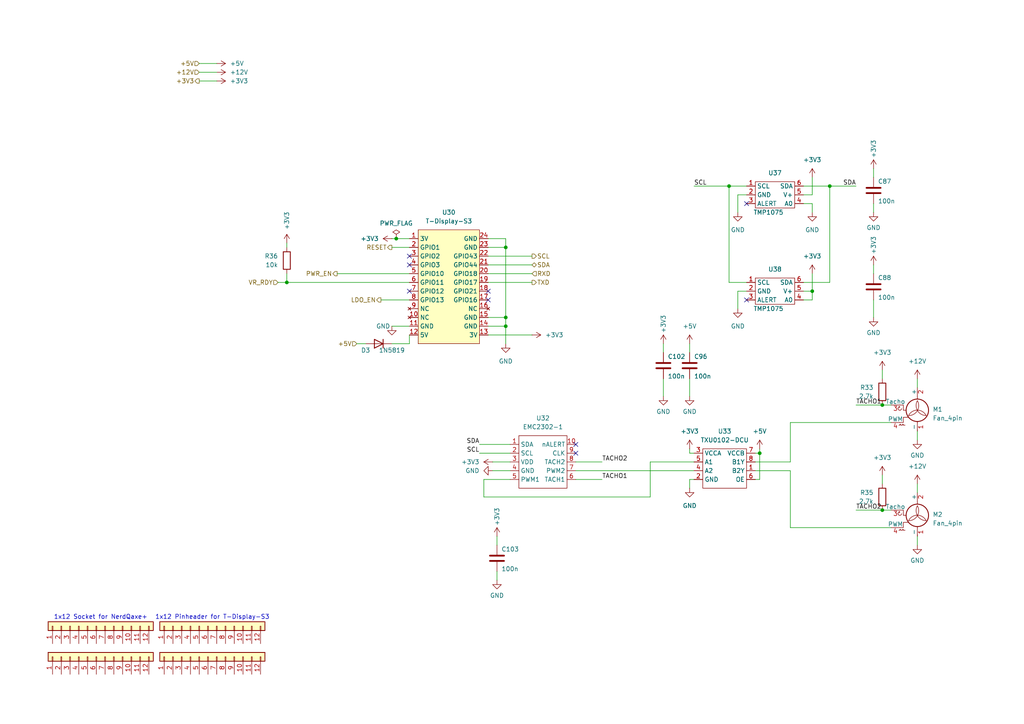
<source format=kicad_sch>
(kicad_sch (version 20250114) (generator "eeschema") (generator_version "9.0")
  (paper "A4")
  (lib_symbols
    (symbol "+3V3_1" (power) (pin_numbers (hide yes)) (pin_names (offset 0) (hide yes))
      (property "Value" "+3V3" (at 0 3.556 0))
      (symbol "+3V3_1_0_1"
        (polyline (pts (xy -0.762 1.27) (xy 0 2.54)))
        (polyline (pts (xy 0 2.54) (xy 0.762 1.27)))
        (polyline (pts (xy 0 0) (xy 0 2.54)))
      )
      (symbol "+3V3_1_1_1"
        (pin power_in line (at 0 0 90) (length 0) (name "~") (number "1"))
      )
    )
    (symbol "+3V3_3" (power) (pin_numbers (hide yes)) (pin_names (offset 0) (hide yes))
      (property "Value" "+3V3" (at 0 3.556 0))
      (symbol "+3V3_3_0_1"
        (polyline (pts (xy -0.762 1.27) (xy 0 2.54)))
        (polyline (pts (xy 0 2.54) (xy 0.762 1.27)))
        (polyline (pts (xy 0 0) (xy 0 2.54)))
      )
      (symbol "+3V3_3_1_1"
        (pin power_in line (at 0 0 90) (length 0) (name "~") (number "1"))
      )
    )
    (symbol "+3V3_4" (power) (pin_numbers (hide yes)) (pin_names (offset 0) (hide yes))
      (property "Value" "+3V3" (at 0 3.556 0))
      (symbol "+3V3_4_0_1"
        (polyline (pts (xy -0.762 1.27) (xy 0 2.54)))
        (polyline (pts (xy 0 2.54) (xy 0.762 1.27)))
        (polyline (pts (xy 0 0) (xy 0 2.54)))
      )
      (symbol "+3V3_4_1_1"
        (pin power_in line (at 0 0 90) (length 0) (name "~") (number "1"))
      )
    )
    (symbol "+5V_1" (power) (pin_numbers (hide yes)) (pin_names (offset 0) (hide yes))
      (property "Value" "+5V" (at 0 3.556 0))
      (symbol "+5V_1_0_1"
        (polyline (pts (xy -0.762 1.27) (xy 0 2.54)))
        (polyline (pts (xy 0 2.54) (xy 0.762 1.27)))
        (polyline (pts (xy 0 0) (xy 0 2.54)))
      )
      (symbol "+5V_1_1_1"
        (pin power_in line (at 0 0 90) (length 0) (name "~") (number "1"))
      )
    )
    (symbol "Connector_Generic:Conn_01x12" (pin_names (offset 1.016) (hide yes))
      (property "Reference" "J" (at 0 15.24 0))
      (property "Value" "Conn_01x12" (at 0 -17.78 0))
      (symbol "Conn_01x12_1_1"
        (rectangle (start -1.27 13.97) (end 1.27 -16.51) (stroke (width 0.254)) (fill (type background)))
        (rectangle (start -1.27 12.827) (end 0 12.573) (stroke (width 0.1524)))
        (rectangle (start -1.27 10.287) (end 0 10.033) (stroke (width 0.1524)))
        (rectangle (start -1.27 7.747) (end 0 7.493) (stroke (width 0.1524)))
        (rectangle (start -1.27 5.207) (end 0 4.953) (stroke (width 0.1524)))
        (rectangle (start -1.27 2.667) (end 0 2.413) (stroke (width 0.1524)))
        (rectangle (start -1.27 0.127) (end 0 -0.127) (stroke (width 0.1524)))
        (rectangle (start -1.27 -2.413) (end 0 -2.667) (stroke (width 0.1524)))
        (rectangle (start -1.27 -4.953) (end 0 -5.207) (stroke (width 0.1524)))
        (rectangle (start -1.27 -7.493) (end 0 -7.747) (stroke (width 0.1524)))
        (rectangle (start -1.27 -10.033) (end 0 -10.287) (stroke (width 0.1524)))
        (rectangle (start -1.27 -12.573) (end 0 -12.827) (stroke (width 0.1524)))
        (rectangle (start -1.27 -15.113) (end 0 -15.367) (stroke (width 0.1524)))
        (pin passive line (at -5.08 12.7 0) (length 3.81) (name "Pin_1") (number "1"))
        (pin passive line (at -5.08 10.16 0) (length 3.81) (name "Pin_2") (number "2"))
        (pin passive line (at -5.08 7.62 0) (length 3.81) (name "Pin_3") (number "3"))
        (pin passive line (at -5.08 5.08 0) (length 3.81) (name "Pin_4") (number "4"))
        (pin passive line (at -5.08 2.54 0) (length 3.81) (name "Pin_5") (number "5"))
        (pin passive line (at -5.08 0 0) (length 3.81) (name "Pin_6") (number "6"))
        (pin passive line (at -5.08 -2.54 0) (length 3.81) (name "Pin_7") (number "7"))
        (pin passive line (at -5.08 -5.08 0) (length 3.81) (name "Pin_8") (number "8"))
        (pin passive line (at -5.08 -7.62 0) (length 3.81) (name "Pin_9") (number "9"))
        (pin passive line (at -5.08 -10.16 0) (length 3.81) (name "Pin_10") (number "10"))
        (pin passive line (at -5.08 -12.7 0) (length 3.81) (name "Pin_11") (number "11"))
        (pin passive line (at -5.08 -15.24 0) (length 3.81) (name "Pin_12") (number "12"))
      )
    )
    (symbol "Device:C" (pin_numbers (hide yes)) (pin_names (offset 0.254))
      (property "Reference" "C" (at 0.635 2.54 0))
      (property "Value" "C" (at 0.635 -2.54 0))
      (symbol "C_0_1"
        (polyline (pts (xy -2.032 0.762) (xy 2.032 0.762)) (stroke (width 0.508)))
        (polyline (pts (xy -2.032 -0.762) (xy 2.032 -0.762)) (stroke (width 0.508)))
      )
      (symbol "C_1_1"
        (pin passive line (at 0 3.81 270) (length 2.794) (name "~") (number "1"))
        (pin passive line (at 0 -3.81 90) (length 2.794) (name "~") (number "2"))
      )
    )
    (symbol "Device:R" (pin_numbers (hide yes)) (pin_names (offset 0))
      (property "Reference" "R" (at 2.032 0 90))
      (property "Value" "R" (at 0 0 90))
      (symbol "R_0_1"
        (rectangle (start -1.016 -2.54) (end 1.016 2.54) (stroke (width 0.254)))
      )
      (symbol "R_1_1"
        (pin passive line (at 0 3.81 270) (length 1.27) (name "~") (number "1"))
        (pin passive line (at 0 -3.81 90) (length 1.27) (name "~") (number "2"))
      )
    )
    (symbol "Diode:US1D" (pin_numbers (hide yes)) (pin_names (hide yes))
      (property "Reference" "D" (at 0 2.54 0))
      (property "Value" "US1D" (at 0 -2.54 0))
      (symbol "US1D_0_1"
        (polyline (pts (xy -1.27 1.27) (xy -1.27 -1.27)) (stroke (width 0.254)))
        (polyline (pts (xy 1.27 1.27) (xy 1.27 -1.27) (xy -1.27 0) (xy 1.27 1.27)) (stroke (width 0.254)))
        (polyline (pts (xy 1.27 0) (xy -1.27 0)))
      )
      (symbol "US1D_1_1"
        (pin passive line (at -3.81 0 0) (length 2.54) (name "K") (number "1"))
        (pin passive line (at 3.81 0 180) (length 2.54) (name "A") (number "2"))
      )
    )
    (symbol "GND_1" (power) (pin_names (offset 0))
      (property "Value" "GND_1" (at 0 -3.81 0))
      (symbol "GND_1_0_1"
        (polyline (pts (xy 0 0) (xy 0 -1.27) (xy 1.27 -1.27) (xy 0 -2.54) (xy -1.27 -1.27) (xy 0 -1.27)))
      )
      (symbol "GND_1_1_1"
        (pin power_in line (at 0 0 270) (length 0) (hide yes) (name "GND") (number "1"))
      )
    )
    (symbol "GND_2" (power) (pin_numbers (hide yes)) (pin_names (offset 0) (hide yes))
      (property "Value" "GND" (at 0 -3.81 0))
      (symbol "GND_2_0_1"
        (polyline (pts (xy 0 0) (xy 0 -1.27) (xy 1.27 -1.27) (xy 0 -2.54) (xy -1.27 -1.27) (xy 0 -1.27)))
      )
      (symbol "GND_2_1_1"
        (pin power_in line (at 0 0 270) (length 0) (name "~") (number "1"))
      )
    )
    (symbol "GND_3" (power) (pin_numbers (hide yes)) (pin_names (offset 0) (hide yes))
      (property "Value" "GND" (at 0 -3.81 0))
      (symbol "GND_3_0_1"
        (polyline (pts (xy 0 0) (xy 0 -1.27) (xy 1.27 -1.27) (xy 0 -2.54) (xy -1.27 -1.27) (xy 0 -1.27)))
      )
      (symbol "GND_3_1_1"
        (pin power_in line (at 0 0 270) (length 0) (name "~") (number "1"))
      )
    )
    (symbol "GND_4" (power) (pin_numbers (hide yes)) (pin_names (offset 0) (hide yes))
      (property "Value" "GND" (at 0 -3.81 0))
      (symbol "GND_4_0_1"
        (polyline (pts (xy 0 0) (xy 0 -1.27) (xy 1.27 -1.27) (xy 0 -2.54) (xy -1.27 -1.27) (xy 0 -1.27)))
      )
      (symbol "GND_4_1_1"
        (pin power_in line (at 0 0 270) (length 0) (name "~") (number "1"))
      )
    )
    (symbol "GND_5" (power) (pin_numbers (hide yes)) (pin_names (offset 0) (hide yes))
      (property "Value" "GND" (at 0 -3.81 0))
      (symbol "GND_5_0_1"
        (polyline (pts (xy 0 0) (xy 0 -1.27) (xy 1.27 -1.27) (xy 0 -2.54) (xy -1.27 -1.27) (xy 0 -1.27)))
      )
      (symbol "GND_5_1_1"
        (pin power_in line (at 0 0 270) (length 0) (name "~") (number "1"))
      )
    )
    (symbol "Motor:Fan_4pin" (pin_names (offset 0))
      (property "Reference" "M" (at 2.54 5.08 0))
      (property "Value" "Fan_4pin" (at 2.54 -2.54 0))
      (symbol "Fan_4pin_0_0"
        (polyline (pts (xy -5.08 2.032) (xy -5.334 2.159)))
        (polyline (pts (xy -5.08 2.032) (xy -5.207 1.778)))
        (arc (start -4.572 1.524) (mid -5.08 1.0182) (end -5.588 1.524))
        (arc (start -5.588 1.524) (mid -5.4392 1.8832) (end -5.08 2.032))
        (polyline (pts (xy -4.064 2.54) (xy -4.064 1.016) (xy -3.302 1.016)))
      )
      (symbol "Fan_4pin_0_1"
        (polyline (pts (xy -5.334 -3.302) (xy -5.08 -3.302) (xy -5.08 -3.048) (xy -4.826 -3.048) (xy -4.826 -3.302) (xy -4.318 -3.302) (xy -4.318 -3.048) (xy -4.064 -3.048) (xy -4.064 -3.302) (xy -3.556 -3.302)))
        (polyline (pts (xy -4.064 2.54) (xy -5.08 2.54)))
        (polyline (pts (xy -2.54 -1.016) (xy -4.064 -1.016) (xy -4.064 -2.54) (xy -5.08 -2.54)))
        (arc (start 0 3.81) (mid -0.0015 0.9048) (end -2.54 -0.508))
        (polyline (pts (xy 0 4.572) (xy 0 5.08)))
        (polyline (pts (xy 0 4.2672) (xy 0 4.6228)))
        (circle (center 0 1.016) (radius 3.2512) (stroke (width 0.254)))
        (arc (start -2.54 -0.508) (mid 0 1.0618) (end 2.54 -0.508))
        (polyline (pts (xy 0 -2.2352) (xy 0 -2.6416)))
        (polyline (pts (xy 0 -5.08) (xy 0 -4.572)))
        (arc (start 2.54 -0.508) (mid 0.047 0.9315) (end 0 3.81))
      )
      (symbol "Fan_4pin_1_1"
        (pin passive line (at -7.62 2.54 0) (length 2.54) (name "Tacho") (number "3"))
        (pin input line (at -7.62 -2.54 0) (length 2.54) (name "PWM") (number "4"))
        (pin passive line (at 0 7.62 270) (length 2.54) (name "+") (number "2"))
        (pin passive line (at 0 -5.08 90) (length 2.54) (name "-") (number "1"))
      )
    )
    (symbol "bitaxe:T-Display-S3"
      (property "Reference" "U" (at -21.59 -1.27 0))
      (property "Value" "T-Display-S3" (at -11.43 -36.83 0))
      (symbol "T-Display-S3_1_0"
        (pin power_in line (at -25.4 -5.08 0) (length 2.54) (name "3V") (number "1"))
        (pin bidirectional line (at -25.4 -7.62 0) (length 2.54) (name "GPIO1") (number "2"))
        (pin bidirectional line (at -25.4 -10.16 0) (length 2.54) (name "GPIO2") (number "3"))
        (pin bidirectional line (at -25.4 -12.7 0) (length 2.54) (name "GPIO3") (number "4"))
        (pin bidirectional line (at -25.4 -15.24 0) (length 2.54) (name "GPIO10") (number "5"))
        (pin input line (at -25.4 -17.78 0) (length 2.54) (name "GPIO11") (number "6"))
        (pin bidirectional line (at -25.4 -20.32 0) (length 2.54) (name "GPIO12") (number "7"))
        (pin bidirectional line (at -25.4 -22.86 0) (length 2.54) (name "GPIO13") (number "8"))
        (pin no_connect line (at -25.4 -25.4 0) (length 2.54) (name "NC") (number "9"))
        (pin no_connect line (at -25.4 -27.94 0) (length 2.54) (name "NC") (number "10"))
        (pin power_in line (at -25.4 -30.48 0) (length 2.54) (name "GND") (number "11"))
        (pin power_in line (at -25.4 -33.02 0) (length 2.54) (name "5V") (number "12"))
        (pin bidirectional line (at -2.54 -15.24 180) (length 2.54) (name "GPIO18") (number "20"))
        (pin bidirectional line (at -2.54 -17.78 180) (length 2.54) (name "GPIO17") (number "19"))
        (pin bidirectional line (at -2.54 -20.32 180) (length 2.54) (name "GPIO21") (number "18"))
        (pin bidirectional line (at -2.54 -22.86 180) (length 2.54) (name "GPIO16") (number "17"))
        (pin no_connect line (at -2.54 -25.4 180) (length 2.54) (name "NC") (number "16"))
        (pin power_in line (at -2.54 -27.94 180) (length 2.54) (name "GND") (number "15"))
        (pin power_in line (at -2.54 -30.48 180) (length 2.54) (name "GND") (number "14"))
        (pin power_in line (at -2.54 -33.02 180) (length 2.54) (name "3V") (number "13"))
      )
      (symbol "T-Display-S3_1_1"
        (rectangle (start -22.86 -2.54) (end -5.08 -35.56) (fill (type background)))
        (pin power_in line (at -2.54 -5.08 180) (length 2.54) (name "GND") (number "24"))
        (pin power_in line (at -2.54 -7.62 180) (length 2.54) (name "GND") (number "23"))
        (pin bidirectional line (at -2.54 -10.16 180) (length 2.54) (name "GPIO43") (number "22"))
        (pin bidirectional line (at -2.54 -12.7 180) (length 2.54) (name "GPIO44") (number "21"))
      )
    )
    (symbol "mylib7:EMC2302"
      (property "Reference" "U11" (at -1.905 16.891 0))
      (property "Value" "EMC2302-1" (at -1.905 14.5796 0))
      (symbol "EMC2302_0_0"
        (pin open_collector line (at -11.43 10.16 0) (length 2.54) (name "SDA") (number "1"))
        (pin open_collector line (at -11.43 7.62 0) (length 2.54) (name "SCL") (number "2"))
        (pin power_in line (at -11.43 5.08 0) (length 2.54) (name "VDD") (number "3"))
        (pin power_in line (at -11.43 2.54 0) (length 2.54) (name "GND") (number "4"))
      )
      (symbol "EMC2302_0_1"
        (rectangle (start -8.89 12.7) (end 5.08 -2.54))
      )
      (symbol "EMC2302_1_0"
        (pin output line (at -11.43 0 0) (length 2.54) (name "PWM1") (number "5"))
        (pin open_collector line (at 7.62 10.16 180) (length 2.54) (name "nALERT") (number "10"))
        (pin input line (at 7.62 7.62 180) (length 2.54) (name "CLK") (number "9"))
        (pin input line (at 7.62 5.08 180) (length 2.54) (name "TACH2") (number "8"))
        (pin output line (at 7.62 2.54 180) (length 2.54) (name "PWM2") (number "7"))
        (pin input line (at 7.62 0 180) (length 2.54) (name "TACH1") (number "6"))
      )
    )
    (symbol "mylib7:TMP1075-DRL-SOT563"
      (property "Reference" "U" (at -5.08 5.08 0))
      (symbol "TMP1075-DRL-SOT563_0_1"
        (rectangle (start -6.35 3.81) (end 5.08 -3.81))
      )
      (symbol "TMP1075-DRL-SOT563_1_1"
        (pin open_collector line (at -8.89 2.54 0) (length 2.54) (name "SCL") (number "1"))
        (pin power_in line (at -8.89 0 0) (length 2.54) (name "GND") (number "2"))
        (pin open_collector line (at -8.89 -2.54 0) (length 2.54) (name "ALERT") (number "3"))
        (pin open_collector line (at 7.62 2.54 180) (length 2.54) (name "SDA") (number "6"))
        (pin power_in line (at 7.62 0 180) (length 2.54) (name "V+") (number "5"))
        (pin input line (at 7.62 -2.54 180) (length 2.54) (name "A0") (number "4"))
      )
    )
    (symbol "mylib7:TXU0102DCK"
      (property "Reference" "U" (at -5.08 5.08 0))
      (property "Value" "TXU0101-DCU" (at -1.27 -9.144 0))
      (symbol "TXU0102DCK_0_1"
        (rectangle (start -6.35 3.81) (end 6.35 -7.62))
      )
      (symbol "TXU0102DCK_1_1"
        (pin power_in line (at -8.89 2.54 0) (length 2.54) (name "VCCA") (number "3"))
        (pin input line (at -8.89 0 0) (length 2.54) (name "A1") (number "5"))
        (pin input line (at -8.89 -2.54 0) (length 2.54) (name "A2") (number "4"))
        (pin power_in line (at -8.89 -5.08 0) (length 2.54) (name "GND") (number "2"))
        (pin power_in line (at 8.89 2.54 180) (length 2.54) (name "VCCB") (number "7"))
        (pin output line (at 8.89 0 180) (length 2.54) (name "B1Y") (number "8"))
        (pin output line (at 8.89 -2.54 180) (length 2.54) (name "B2Y") (number "1"))
        (pin input line (at 8.89 -5.08 180) (length 2.54) (name "OE") (number "6"))
      )
    )
    (symbol "power:+12V" (power) (pin_names (offset 0))
      (property "Value" "+12V" (at 0 3.556 0))
      (symbol "+12V_0_1"
        (polyline (pts (xy -0.762 1.27) (xy 0 2.54)))
        (polyline (pts (xy 0 2.54) (xy 0.762 1.27)))
        (polyline (pts (xy 0 0) (xy 0 2.54)))
      )
      (symbol "+12V_1_1"
        (pin power_in line (at 0 0 90) (length 0) (hide yes) (name "+12V") (number "1"))
      )
    )
    (symbol "power:+3V3" (power) (pin_names (offset 0))
      (property "Value" "+3V3" (at 0 3.556 0))
      (symbol "+3V3_0_1"
        (polyline (pts (xy -0.762 1.27) (xy 0 2.54)))
        (polyline (pts (xy 0 2.54) (xy 0.762 1.27)))
        (polyline (pts (xy 0 0) (xy 0 2.54)))
      )
      (symbol "+3V3_1_1"
        (pin power_in line (at 0 0 90) (length 0) (hide yes) (name "+3V3") (number "1"))
      )
    )
    (symbol "power:+5V" (power) (pin_names (offset 0))
      (property "Value" "+5V" (at 0 3.556 0))
      (symbol "+5V_0_1"
        (polyline (pts (xy -0.762 1.27) (xy 0 2.54)))
        (polyline (pts (xy 0 2.54) (xy 0.762 1.27)))
        (polyline (pts (xy 0 0) (xy 0 2.54)))
      )
      (symbol "+5V_1_1"
        (pin power_in line (at 0 0 90) (length 0) (hide yes) (name "+5V") (number "1"))
      )
    )
    (symbol "power:GND" (power) (pin_names (offset 0))
      (property "Value" "GND" (at 0 -3.81 0))
      (symbol "GND_0_1"
        (polyline (pts (xy 0 0) (xy 0 -1.27) (xy 1.27 -1.27) (xy 0 -2.54) (xy -1.27 -1.27) (xy 0 -1.27)))
      )
      (symbol "GND_1_1"
        (pin power_in line (at 0 0 270) (length 0) (hide yes) (name "GND") (number "1"))
      )
    )
    (symbol "power:PWR_FLAG" (power) (pin_numbers (hide yes)) (pin_names (offset 0) (hide yes))
      (property "Value" "PWR_FLAG" (at 0 3.81 0))
      (symbol "PWR_FLAG_0_0"
        (pin power_out line (at 0 0 90) (length 0) (name "~") (number "1"))
      )
      (symbol "PWR_FLAG_0_1"
        (polyline (pts (xy 0 0) (xy 0 1.27) (xy -1.016 1.905) (xy 0 2.54) (xy 1.016 1.905) (xy 0 1.27)))
      )
    )
  )
  (text "1x12 Socket for NerdQaxe+" (at 29.21 179.07 0) (effects (font (size 1.27 1.27))))
  (text "1x12 Pinheader for T-Display-S3" (at 61.595 179.07 0) (effects (font (size 1.27 1.27))))
  (junction (at 220.345 131.445))
  (junction (at 114.935 69.215))
  (junction (at 146.685 92.075))
  (junction (at 146.685 94.615))
  (junction (at 255.905 147.955))
  (junction (at 211.455 53.975))
  (junction (at 235.585 84.455))
  (junction (at 240.665 53.975))
  (junction (at 146.685 71.755))
  (junction (at 255.905 117.475))
  (junction (at 83.185 81.915))
  (no_connect (at 216.535 86.995))
  (no_connect (at 167.005 128.905))
  (no_connect (at 141.605 84.455))
  (no_connect (at 118.745 74.295))
  (no_connect (at 118.745 84.455))
  (no_connect (at 167.005 131.445))
  (no_connect (at 141.605 86.995))
  (no_connect (at 118.745 76.835))
  (no_connect (at 216.535 59.055))
  (wire (pts (xy 139.065 131.445) (xy 147.955 131.445)))
  (wire (pts (xy 167.005 133.985) (xy 174.625 133.985)))
  (wire (pts (xy 253.365 59.055) (xy 253.365 61.595)))
  (wire (pts (xy 141.605 69.215) (xy 146.685 69.215)))
  (wire (pts (xy 200.025 139.065) (xy 201.295 139.065)))
  (wire (pts (xy 229.235 136.525) (xy 219.075 136.525)))
  (wire (pts (xy 211.455 81.915) (xy 216.535 81.915)))
  (wire (pts (xy 141.605 74.295) (xy 154.305 74.295)))
  (wire (pts (xy 253.365 86.995) (xy 253.365 92.075)))
  (wire (pts (xy 141.605 81.915) (xy 154.305 81.915)))
  (wire (pts (xy 235.585 61.595) (xy 235.585 59.055)))
  (wire (pts (xy 255.905 117.475) (xy 258.445 117.475)))
  (wire (pts (xy 97.79 79.375) (xy 118.745 79.375)))
  (wire (pts (xy 220.345 130.175) (xy 220.345 131.445)))
  (wire (pts (xy 167.005 136.525) (xy 201.295 136.525)))
  (wire (pts (xy 220.345 131.445) (xy 219.075 131.445)))
  (wire (pts (xy 113.665 69.215) (xy 114.935 69.215)))
  (wire (pts (xy 167.005 139.065) (xy 174.625 139.065)))
  (wire (pts (xy 113.665 99.695) (xy 118.745 99.695)))
  (wire (pts (xy 144.145 155.575) (xy 144.145 158.115)))
  (wire (pts (xy 140.335 144.145) (xy 140.335 139.065)))
  (wire (pts (xy 255.905 137.795) (xy 255.905 140.335)))
  (wire (pts (xy 253.365 48.895) (xy 253.365 51.435)))
  (wire (pts (xy 233.045 84.455) (xy 235.585 84.455)))
  (wire (pts (xy 141.605 94.615) (xy 146.685 94.615)))
  (wire (pts (xy 211.455 53.975) (xy 211.455 81.915)))
  (wire (pts (xy 57.785 23.495) (xy 62.865 23.495)))
  (wire (pts (xy 83.185 79.375) (xy 83.185 81.915)))
  (wire (pts (xy 233.045 56.515) (xy 235.585 56.515)))
  (wire (pts (xy 219.075 139.065) (xy 220.345 139.065)))
  (wire (pts (xy 139.065 128.905) (xy 147.955 128.905)))
  (wire (pts (xy 200.025 141.605) (xy 200.025 139.065)))
  (wire (pts (xy 266.065 140.335) (xy 266.065 142.875)))
  (wire (pts (xy 201.295 53.975) (xy 211.455 53.975)))
  (wire (pts (xy 200.025 131.445) (xy 201.295 131.445)))
  (wire (pts (xy 113.665 71.755) (xy 118.745 71.755)))
  (wire (pts (xy 200.025 109.855) (xy 200.025 114.935)))
  (wire (pts (xy 266.065 125.095) (xy 266.065 127.635)))
  (wire (pts (xy 235.585 79.375) (xy 235.585 84.455)))
  (wire (pts (xy 141.605 92.075) (xy 146.685 92.075)))
  (wire (pts (xy 233.045 86.995) (xy 235.585 86.995)))
  (wire (pts (xy 188.595 133.985) (xy 188.595 144.145)))
  (wire (pts (xy 141.605 76.835) (xy 154.305 76.835)))
  (wire (pts (xy 57.785 20.955) (xy 62.865 20.955)))
  (wire (pts (xy 229.235 153.035) (xy 229.235 136.525)))
  (wire (pts (xy 110.49 86.995) (xy 118.745 86.995)))
  (wire (pts (xy 240.665 53.975) (xy 240.665 81.915)))
  (wire (pts (xy 229.235 122.555) (xy 229.235 133.985)))
  (wire (pts (xy 146.685 69.215) (xy 146.685 71.755)))
  (wire (pts (xy 255.905 107.315) (xy 255.905 109.855)))
  (wire (pts (xy 103.505 99.695) (xy 106.045 99.695)))
  (wire (pts (xy 201.295 133.985) (xy 188.595 133.985)))
  (wire (pts (xy 248.285 147.955) (xy 255.905 147.955)))
  (wire (pts (xy 229.235 122.555) (xy 258.445 122.555)))
  (wire (pts (xy 229.235 153.035) (xy 258.445 153.035)))
  (wire (pts (xy 216.535 84.455) (xy 213.995 84.455)))
  (wire (pts (xy 144.145 165.735) (xy 144.145 168.275)))
  (wire (pts (xy 80.645 81.915) (xy 83.185 81.915)))
  (wire (pts (xy 211.455 53.975) (xy 216.535 53.975)))
  (wire (pts (xy 220.345 139.065) (xy 220.345 131.445)))
  (wire (pts (xy 141.605 79.375) (xy 154.305 79.375)))
  (wire (pts (xy 141.605 97.155) (xy 154.305 97.155)))
  (wire (pts (xy 188.595 144.145) (xy 140.335 144.145)))
  (wire (pts (xy 146.685 92.075) (xy 146.685 94.615)))
  (wire (pts (xy 57.785 18.415) (xy 62.865 18.415)))
  (wire (pts (xy 146.685 71.755) (xy 146.685 92.075)))
  (wire (pts (xy 213.995 84.455) (xy 213.995 89.535)))
  (wire (pts (xy 114.935 69.215) (xy 118.745 69.215)))
  (wire (pts (xy 118.745 99.695) (xy 118.745 97.155)))
  (wire (pts (xy 240.665 53.975) (xy 248.285 53.975)))
  (wire (pts (xy 200.025 130.175) (xy 200.025 131.445)))
  (wire (pts (xy 213.995 56.515) (xy 213.995 61.595)))
  (wire (pts (xy 266.065 155.575) (xy 266.065 158.115)))
  (wire (pts (xy 255.905 147.955) (xy 258.445 147.955)))
  (wire (pts (xy 192.405 99.695) (xy 192.405 102.235)))
  (wire (pts (xy 146.685 94.615) (xy 146.685 99.695)))
  (wire (pts (xy 235.585 84.455) (xy 235.585 86.995)))
  (wire (pts (xy 233.045 53.975) (xy 240.665 53.975)))
  (wire (pts (xy 253.365 76.835) (xy 253.365 79.375)))
  (wire (pts (xy 233.045 59.055) (xy 235.585 59.055)))
  (wire (pts (xy 118.745 94.615) (xy 113.665 94.615)))
  (wire (pts (xy 142.875 133.985) (xy 147.955 133.985)))
  (wire (pts (xy 140.335 139.065) (xy 147.955 139.065)))
  (wire (pts (xy 142.875 136.525) (xy 147.955 136.525)))
  (wire (pts (xy 235.585 56.515) (xy 235.585 51.435)))
  (wire (pts (xy 192.405 109.855) (xy 192.405 114.935)))
  (wire (pts (xy 141.605 71.755) (xy 146.685 71.755)))
  (wire (pts (xy 216.535 56.515) (xy 213.995 56.515)))
  (wire (pts (xy 83.185 81.915) (xy 118.745 81.915)))
  (wire (pts (xy 200.025 99.695) (xy 200.025 102.235)))
  (wire (pts (xy 248.285 117.475) (xy 255.905 117.475)))
  (wire (pts (xy 229.235 133.985) (xy 219.075 133.985)))
  (wire (pts (xy 83.185 70.485) (xy 83.185 71.755)))
  (wire (pts (xy 266.065 109.855) (xy 266.065 112.395)))
  (wire (pts (xy 233.045 81.915) (xy 240.665 81.915)))
  (label "SCL" (at 201.295 53.975 0))
  (label "SDA" (at 248.285 53.975 180))
  (label "SDA" (at 139.065 128.905 180))
  (label "SCL" (at 139.065 131.445 180))
  (label "TACHO1" (at 174.625 139.065 0))
  (label "TACHO2" (at 174.625 133.985 0))
  (label "TACHO2" (at 248.285 147.955 0))
  (label "TACHO1" (at 248.285 117.475 0))
  (hierarchical_label "SDA" (shape bidirectional) (at 154.305 76.835 0))
  (hierarchical_label "+5V" (shape input) (at 57.785 18.415 180))
  (hierarchical_label "PWR_EN" (shape output) (at 97.79 79.375 180))
  (hierarchical_label "RXD" (shape input) (at 154.305 79.375 0))
  (hierarchical_label "+5V" (shape input) (at 103.505 99.695 180))
  (hierarchical_label "+3V3" (shape output) (at 57.785 23.495 180))
  (hierarchical_label "SCL" (shape output) (at 154.305 74.295 0))
  (hierarchical_label "RESET" (shape output) (at 113.665 71.755 180))
  (hierarchical_label "+12V" (shape input) (at 57.785 20.955 180))
  (hierarchical_label "TXD" (shape output) (at 154.305 81.915 0))
  (hierarchical_label "LDO_EN" (shape output) (at 110.49 86.995 180))
  (hierarchical_label "VR_RDY" (shape input) (at 80.645 81.915 180))
  (symbol (lib_id "power:+12V") (at 62.865 20.955 270) (unit 1)
    (property "Reference" "#PWR0178" (effects (hide yes)))
    (property "Value" "+12V" (at 66.675 20.955 90) (effects (justify left)))
  )
  (symbol (lib_id "power:GND") (at 144.145 168.275 0) (mirror y) (unit 1)
    (property "Reference" "#PWR0169" (effects (hide yes)))
    (property "Value" "GND" (at 144.145 172.72 0))
  )
  (symbol (lib_id "Device:C") (at 253.365 83.185 0) (unit 1)
    (property "Reference" "C88" (at 254.635 81.28 0) (effects (justify left bottom)))
    (property "Value" "100n" (at 254.635 86.995 0) (effects (justify left bottom)))
    (property "Footprint" "Capacitor_SMD:C_0805_2012Metric" (effects (hide yes)))
  )
  (symbol (lib_id "Motor:Fan_4pin") (at 266.065 150.495 0) (unit 1)
    (property "Reference" "M2" (at 270.51 149.225 0) (effects (justify left)))
    (property "Value" "Fan_4pin" (at 270.51 151.765 0) (effects (justify left)))
    (property "Footprint" "Connector:FanPinHeader_1x04_P2.54mm_Vertical" (effects (hide yes)))
    (property "Datasheet" "http://www.formfactors.org/developer%5Cspecs%5Crev1_2_public.pdf" (effects (hide yes)))
    (property "Distributor" "D" (effects (hide yes)))
    (property "Manufacturer" "0470531000" (effects (hide yes)))
    (property "OrderNr" "WM4330-ND" (effects (hide yes)))
  )
  (symbol (lib_name "+5V_1") (lib_id "power:+5V") (at 220.345 130.175 0) (unit 1)
    (property "Reference" "#PWR0203" (effects (hide yes)))
    (property "Value" "+5V" (at 220.345 125.095 0))
    (property "Description" "Power symbol creates a global label with name \"+5V\"" (effects (hide yes)))
  )
  (symbol (lib_id "mylib7:TMP1075-DRL-SOT563") (at 225.425 56.515 0) (unit 1)
    (property "Reference" "U37" (at 224.79 50.165 0))
    (property "Value" "TMP1075" (at 222.885 61.595 0))
    (property "Footprint" "myfootprints:TMP1075-DRL" (effects (hide yes)))
    (property "Distributor" "D" (effects (hide yes)))
    (property "Manufacturer" "TMP1075NDRLR" (effects (hide yes)))
    (property "OrderNr" "296-TMP1075NDRLRCT-ND" (effects (hide yes)))
  )
  (symbol (lib_id "power:+3V3") (at 62.865 23.495 270) (unit 1)
    (property "Reference" "#PWR0179" (effects (hide yes)))
    (property "Value" "+3V3" (at 66.675 23.495 90) (effects (justify left)))
  )
  (symbol (lib_id "power:+3V3") (at 235.585 79.375 0) (unit 1)
    (property "Reference" "#PWR0206" (effects (hide yes)))
    (property "Value" "+3V3" (at 235.585 74.295 0))
  )
  (symbol (lib_id "Device:C") (at 253.365 55.245 0) (unit 1)
    (property "Reference" "C87" (at 254.635 53.34 0) (effects (justify left bottom)))
    (property "Value" "100n" (at 254.635 59.055 0) (effects (justify left bottom)))
    (property "Footprint" "Capacitor_SMD:C_0805_2012Metric" (effects (hide yes)))
  )
  (symbol (lib_id "Device:C") (at 192.405 106.045 0) (unit 1)
    (property "Reference" "C102" (at 193.675 104.14 0) (effects (justify left bottom)))
    (property "Value" "100n" (at 193.675 109.855 0) (effects (justify left bottom)))
    (property "Footprint" "Capacitor_SMD:C_0805_2012Metric" (effects (hide yes)))
  )
  (symbol (lib_id "power:GND") (at 200.025 114.935 0) (mirror y) (unit 1)
    (property "Reference" "#PWR0174" (effects (hide yes)))
    (property "Value" "GND" (at 200.025 119.38 0))
  )
  (symbol (lib_id "Device:R") (at 255.905 113.665 0) (mirror y) (unit 1)
    (property "Reference" "R33" (at 253.365 112.395 0) (effects (justify left)))
    (property "Value" "2.7k" (at 253.365 114.935 0) (effects (justify left)))
    (property "Footprint" "Resistor_SMD:R_0805_2012Metric" (effects (hide yes)))
  )
  (symbol (lib_name "GND_5") (lib_id "power:GND") (at 200.025 141.605 0) (unit 1)
    (property "Reference" "#PWR0197" (effects (hide yes)))
    (property "Value" "GND" (at 200.025 146.685 0))
    (property "Description" "Power symbol creates a global label with name \"GND\" , ground" (effects (hide yes)))
  )
  (symbol (lib_name "GND_2") (lib_id "power:GND") (at 113.665 94.615 0) (unit 1)
    (property "Reference" "#PWR0180" (effects (hide yes)))
    (property "Value" "GND" (at 111.125 94.615 0))
    (property "Description" "Power symbol creates a global label with name \"GND\" , ground" (effects (hide yes)))
  )
  (symbol (lib_id "power:+5V") (at 62.865 18.415 270) (unit 1)
    (property "Reference" "#PWR0175" (effects (hide yes)))
    (property "Value" "+5V" (at 66.675 18.415 90) (effects (justify left)))
  )
  (symbol (lib_name "+3V3_1") (lib_id "power:+3V3") (at 83.185 70.485 0) (unit 1)
    (property "Reference" "#PWR0176" (effects (hide yes)))
    (property "Value" "+3V3" (at 83.1849 66.675 90) (effects (justify left)))
    (property "Description" "Power symbol creates a global label with name \"+3V3\"" (effects (hide yes)))
  )
  (symbol (lib_id "power:+3V3") (at 255.905 107.315 0) (unit 1)
    (property "Reference" "#PWR0211" (effects (hide yes)))
    (property "Value" "+3V3" (at 255.905 102.235 0))
  )
  (symbol (lib_id "mylib7:TMP1075-DRL-SOT563") (at 225.425 84.455 0) (unit 1)
    (property "Reference" "U38" (at 224.79 78.105 0))
    (property "Value" "TMP1075" (at 222.885 89.535 0))
    (property "Footprint" "myfootprints:TMP1075-DRL" (effects (hide yes)))
    (property "Distributor" "D" (effects (hide yes)))
    (property "Manufacturer" "TMP1075NDRLR" (effects (hide yes)))
    (property "OrderNr" "296-TMP1075NDRLRCT-ND" (effects (hide yes)))
  )
  (symbol (lib_id "bitaxe:T-Display-S3") (at 144.145 64.135 0) (unit 1)
    (property "Reference" "U30" (at 130.175 61.595 0))
    (property "Value" "T-Display-S3" (at 130.175 64.135 0))
    (property "Footprint" "myfootprints:T-Display-S3" (effects (hide yes)))
    (property "Distributor" "X" (effects (hide yes)))
  )
  (symbol (lib_id "power:PWR_FLAG") (at 114.935 69.215 0) (unit 1)
    (property "Reference" "#FLG05" (effects (hide yes)))
    (property "Value" "PWR_FLAG" (at 114.935 64.77 0))
    (property "Description" "Special symbol for telling ERC where power comes from" (effects (hide yes)))
  )
  (symbol (lib_name "+3V3_1") (lib_id "power:+3V3") (at 154.305 97.155 270) (unit 1)
    (property "Reference" "#PWR0185" (effects (hide yes)))
    (property "Value" "+3V3" (at 158.115 97.1549 90) (effects (justify left)))
    (property "Description" "Power symbol creates a global label with name \"+3V3\"" (effects (hide yes)))
  )
  (symbol (lib_id "Connector_Generic:Conn_01x12") (at 27.94 190.5 90) (unit 1) (on_board no)
    (property "Reference" "J6" (effects (hide yes)))
    (property "Value" "Conn_01x12-Socket" (effects (hide yes)))
    (property "Description" "Generic connector, single row, 01x12, script generated (kicad-library-utils/schlib/autogen/connector/)" (effects (hide yes)))
    (property "Distributor" "D" (effects (hide yes)))
    (property "Manufacturer" "61301211821" (effects (hide yes)))
    (property "OrderNr" "732-61301211821-ND" (effects (hide yes)))
  )
  (symbol (lib_id "mylib7:EMC2302") (at 159.385 139.065 0) (unit 1)
    (property "Reference" "U32" (at 157.48 121.285 0))
    (property "Value" "EMC2302-1" (at 157.48 123.825 0))
    (property "Footprint" "Package_SO:MSOP-10_3x3mm_P0.5mm" (effects (hide yes)))
    (property "Field7" "Microchip" (effects (hide yes)))
    (property "Distributor" "D" (effects (hide yes)))
    (property "Manufacturer" "EMC2302-1-AIZL-TR" (effects (hide yes)))
    (property "OrderNr" "EMC2302-1-AIZL-CT-ND" (effects (hide yes)))
  )
  (symbol (lib_id "Connector_Generic:Conn_01x12") (at 60.325 190.5 90) (unit 1) (on_board no)
    (property "Reference" "J8" (effects (hide yes)))
    (property "Value" "Conn_01x12-Header" (effects (hide yes)))
    (property "Description" "Generic connector, single row, 01x12, script generated (kicad-library-utils/schlib/autogen/connector/)" (effects (hide yes)))
    (property "Distributor" "D" (effects (hide yes)))
    (property "Manufacturer" "PH1-12-UA" (effects (hide yes)))
    (property "OrderNr" "2057-PH1-12-UA-ND" (effects (hide yes)))
  )
  (symbol (lib_id "Connector_Generic:Conn_01x12") (at 27.94 181.61 90) (unit 1) (on_board no)
    (property "Reference" "J5" (effects (hide yes)))
    (property "Value" "Conn_01x12-Socket" (effects (hide yes)))
    (property "Description" "Generic connector, single row, 01x12, script generated (kicad-library-utils/schlib/autogen/connector/)" (effects (hide yes)))
    (property "Distributor" "D" (effects (hide yes)))
    (property "Manufacturer" "61301211821" (effects (hide yes)))
    (property "OrderNr" "732-61301211821-ND" (effects (hide yes)))
  )
  (symbol (lib_name "+3V3_3") (lib_id "power:+3V3") (at 200.025 130.175 0) (unit 1)
    (property "Reference" "#PWR0196" (effects (hide yes)))
    (property "Value" "+3V3" (at 200.025 125.095 0))
    (property "Description" "Power symbol creates a global label with name \"+3V3\"" (effects (hide yes)))
  )
  (symbol (lib_name "+3V3_1") (lib_id "power:+3V3") (at 113.665 69.215 90) (unit 1)
    (property "Reference" "#PWR04001" (effects (hide yes)))
    (property "Value" "+3V3" (at 109.855 69.2151 90) (effects (justify left)))
    (property "Description" "Power symbol creates a global label with name \"+3V3\"" (effects (hide yes)))
  )
  (symbol (lib_id "power:+3V3") (at 253.365 76.835 0) (mirror y) (unit 1)
    (property "Reference" "#PWR0209" (effects (hide yes)))
    (property "Value" "+3V3" (at 253.365 71.12 90))
  )
  (symbol (lib_id "power:+3V3") (at 144.145 155.575 0) (mirror y) (unit 1)
    (property "Reference" "#PWR083" (effects (hide yes)))
    (property "Value" "+3V3" (at 144.145 149.86 90))
  )
  (symbol (lib_name "GND_4") (lib_id "power:GND") (at 142.875 136.525 270) (unit 1)
    (property "Reference" "#PWR0183" (effects (hide yes)))
    (property "Value" "GND" (at 139.065 136.5249 90) (effects (justify right)))
    (property "Description" "Power symbol creates a global label with name \"GND\" , ground" (effects (hide yes)))
  )
  (symbol (lib_id "power:GND") (at 266.065 127.635 0) (unit 1)
    (property "Reference" "#PWR0214" (effects (hide yes)))
    (property "Value" "GND" (at 266.065 132.08 0))
  )
  (symbol (lib_id "Device:R") (at 83.185 75.565 0) (mirror y) (unit 1)
    (property "Reference" "R36" (at 80.645 74.295 0) (effects (justify left)))
    (property "Value" "10k" (at 80.645 76.835 0) (effects (justify left)))
    (property "Footprint" "Resistor_SMD:R_0805_2012Metric" (effects (hide yes)))
  )
  (symbol (lib_id "power:+3V3") (at 235.585 51.435 0) (unit 1)
    (property "Reference" "#PWR0204" (effects (hide yes)))
    (property "Value" "+3V3" (at 235.585 46.355 0))
  )
  (symbol (lib_id "power:+3V3") (at 255.905 137.795 0) (unit 1)
    (property "Reference" "#PWR0212" (effects (hide yes)))
    (property "Value" "+3V3" (at 255.905 132.715 0))
  )
  (symbol (lib_id "Motor:Fan_4pin") (at 266.065 120.015 0) (unit 1)
    (property "Reference" "M1" (at 270.51 118.745 0) (effects (justify left)))
    (property "Value" "Fan_4pin" (at 270.51 121.285 0) (effects (justify left)))
    (property "Footprint" "Connector:FanPinHeader_1x04_P2.54mm_Vertical" (effects (hide yes)))
    (property "Datasheet" "http://www.formfactors.org/developer%5Cspecs%5Crev1_2_public.pdf" (effects (hide yes)))
    (property "Distributor" "D" (effects (hide yes)))
    (property "Manufacturer" "0470531000" (effects (hide yes)))
    (property "OrderNr" "WM4330-ND" (effects (hide yes)))
  )
  (symbol (lib_id "power:GND") (at 253.365 92.075 0) (mirror y) (unit 1)
    (property "Reference" "#PWR0210" (effects (hide yes)))
    (property "Value" "GND" (at 253.365 96.52 0))
  )
  (symbol (lib_id "power:+3V3") (at 192.405 99.695 0) (mirror y) (unit 1)
    (property "Reference" "#PWR011" (effects (hide yes)))
    (property "Value" "+3V3" (at 192.405 93.98 90))
  )
  (symbol (lib_id "Device:C") (at 144.145 161.925 0) (unit 1)
    (property "Reference" "C103" (at 145.415 160.02 0) (effects (justify left bottom)))
    (property "Value" "100n" (at 145.415 165.735 0) (effects (justify left bottom)))
    (property "Footprint" "Capacitor_SMD:C_0805_2012Metric" (effects (hide yes)))
  )
  (symbol (lib_name "GND_3") (lib_id "power:GND") (at 146.685 99.695 0) (unit 1)
    (property "Reference" "#PWR0184" (effects (hide yes)))
    (property "Value" "GND" (at 146.685 104.775 0))
    (property "Description" "Power symbol creates a global label with name \"GND\" , ground" (effects (hide yes)))
  )
  (symbol (lib_id "power:GND") (at 253.365 61.595 0) (mirror y) (unit 1)
    (property "Reference" "#PWR0208" (effects (hide yes)))
    (property "Value" "GND" (at 253.365 66.04 0))
  )
  (symbol (lib_id "Diode:US1D") (at 109.855 99.695 180) (unit 1)
    (property "Reference" "D3" (at 106.045 101.6 0))
    (property "Value" "1N5819" (at 113.665 101.6 0))
    (property "Footprint" "Diode_SMD:D_SOD-123" (effects (hide yes)))
    (property "Datasheet" "https://www.diodes.com/assets/Datasheets/ds16008.pdf" (effects (hide yes)))
    (property "Sim.Device" "D" (effects (hide yes)))
    (property "Sim.Pins" "1=K 2=A" (effects (hide yes)))
    (property "Distributor" "D" (effects (hide yes)))
    (property "Manufacturer" "1N5819HWQ-7-F" (effects (hide yes)))
    (property "OrderNr" "31-1N5819HWQ-7-FCT-ND" (effects (hide yes)))
  )
  (symbol (lib_id "power:+5V") (at 200.025 99.695 0) (unit 1)
    (property "Reference" "#PWR0170" (effects (hide yes)))
    (property "Value" "+5V" (at 200.025 94.615 0))
  )
  (symbol (lib_name "GND_1") (lib_id "power:GND") (at 235.585 61.595 0) (unit 1)
    (property "Reference" "#PWR0205" (effects (hide yes)))
    (property "Value" "GND" (at 235.585 66.675 0))
  )
  (symbol (lib_id "power:+12V") (at 266.065 109.855 0) (unit 1)
    (property "Reference" "#PWR0213" (effects (hide yes)))
    (property "Value" "+12V" (at 266.065 104.775 0))
  )
  (symbol (lib_name "+3V3_4") (lib_id "power:+3V3") (at 142.875 133.985 90) (unit 1)
    (property "Reference" "#PWR0182" (effects (hide yes)))
    (property "Value" "+3V3" (at 139.065 133.9849 90) (effects (justify left)))
    (property "Description" "Power symbol creates a global label with name \"+3V3\"" (effects (hide yes)))
  )
  (symbol (lib_id "mylib7:TXU0102DCK") (at 210.185 133.985 0) (unit 1)
    (property "Reference" "U33" (at 210.185 125.095 0))
    (property "Value" "TXU0102-DCU" (at 210.185 127.635 0))
    (property "Footprint" "Package_SO:VSSOP-8_2.3x2mm_P0.5mm" (effects (hide yes)))
    (property "Distributor" "D" (effects (hide yes)))
    (property "Manufacturer" "TXU0102DCUR" (effects (hide yes)))
    (property "OrderNr" "296-TXU0102DCURCT-ND" (effects (hide yes)))
  )
  (symbol (lib_name "GND_1") (lib_id "power:GND") (at 213.995 89.535 0) (unit 1)
    (property "Reference" "#PWR0201" (effects (hide yes)))
    (property "Value" "GND" (at 213.995 94.615 0))
  )
  (symbol (lib_name "GND_1") (lib_id "power:GND") (at 213.995 61.595 0) (unit 1)
    (property "Reference" "#PWR0200" (effects (hide yes)))
    (property "Value" "GND" (at 213.995 66.675 0))
  )
  (symbol (lib_id "power:+3V3") (at 253.365 48.895 0) (mirror y) (unit 1)
    (property "Reference" "#PWR0207" (effects (hide yes)))
    (property "Value" "+3V3" (at 253.365 43.18 90))
  )
  (symbol (lib_id "Device:R") (at 255.905 144.145 0) (mirror y) (unit 1)
    (property "Reference" "R35" (at 253.365 142.875 0) (effects (justify left)))
    (property "Value" "2.7k" (at 253.365 145.415 0) (effects (justify left)))
    (property "Footprint" "Resistor_SMD:R_0805_2012Metric" (effects (hide yes)))
  )
  (symbol (lib_id "power:GND") (at 266.065 158.115 0) (unit 1)
    (property "Reference" "#PWR0216" (effects (hide yes)))
    (property "Value" "GND" (at 266.065 162.56 0))
  )
  (symbol (lib_id "power:+12V") (at 266.065 140.335 0) (unit 1)
    (property "Reference" "#PWR0215" (effects (hide yes)))
    (property "Value" "+12V" (at 266.065 135.255 0))
  )
  (symbol (lib_id "Device:C") (at 200.025 106.045 0) (unit 1)
    (property "Reference" "C96" (at 201.295 104.14 0) (effects (justify left bottom)))
    (property "Value" "100n" (at 201.295 109.855 0) (effects (justify left bottom)))
    (property "Footprint" "Capacitor_SMD:C_0805_2012Metric" (effects (hide yes)))
  )
  (symbol (lib_id "Connector_Generic:Conn_01x12") (at 60.325 181.61 90) (unit 1) (on_board no)
    (property "Reference" "J7" (effects (hide yes)))
    (property "Value" "Conn_01x12-Header" (effects (hide yes)))
    (property "Description" "Generic connector, single row, 01x12, script generated (kicad-library-utils/schlib/autogen/connector/)" (effects (hide yes)))
    (property "Distributor" "D" (effects (hide yes)))
    (property "Manufacturer" "PH1-12-UA" (effects (hide yes)))
    (property "OrderNr" "2057-PH1-12-UA-ND" (effects (hide yes)))
  )
  (symbol (lib_id "power:GND") (at 192.405 114.935 0) (mirror y) (unit 1)
    (property "Reference" "#PWR082" (effects (hide yes)))
    (property "Value" "GND" (at 192.405 119.38 0))
  )
)
</source>
